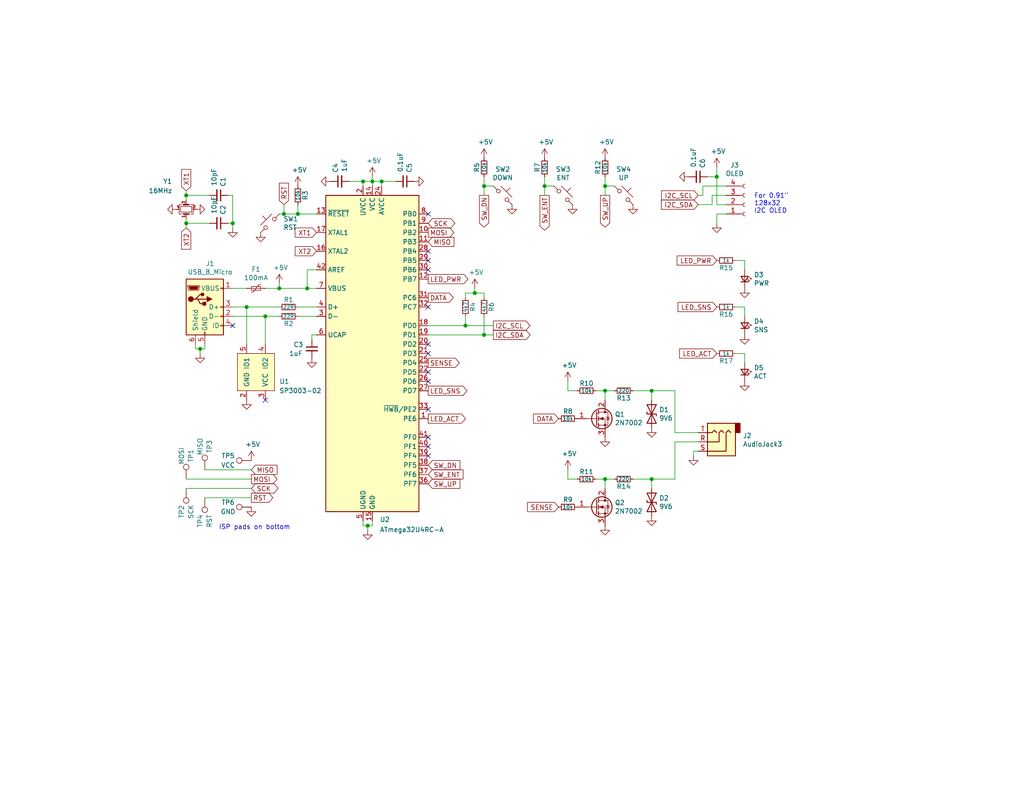
<source format=kicad_sch>
(kicad_sch (version 20211123) (generator eeschema)
  (paper "A")
  (title_block (title "MicroKFD") (date "2021-12-06") (rev "A") (company "W3AXL") (comment 2 "https://github.com/jelimoore/KFDtool") (comment 3 "Based on the KFDShield"))
  (lib_symbols
    (symbol "Connector:AudioJack3"
      (property "Reference" "J" (at 0 8.89 0))
      (property "Value" "AudioJack3" (at 0 6.35 0))
      (symbol "AudioJack3_0_1"
        (rectangle (start -5.08 -5.08) (end -6.35 -2.54) (stroke (width 0.254)) (fill (type outline)))
        (polyline (pts (xy 0 -2.54) (xy 0.635 -3.175) (xy 1.27 -2.54) (xy 2.54 -2.54)) (stroke (width 0.254)))
        (polyline (pts (xy -1.905 -2.54) (xy -1.27 -3.175) (xy -0.635 -2.54) (xy -0.635 0) (xy 2.54 0)) (stroke (width 0.254)))
        (polyline (pts (xy 2.54 2.54) (xy -2.54 2.54) (xy -2.54 -2.54) (xy -3.175 -3.175) (xy -3.81 -2.54)) (stroke (width 0.254)))
        (rectangle (start 2.54 3.81) (end -5.08 -5.08) (stroke (width 0.254)) (fill (type background)))
      )
      (symbol "AudioJack3_1_1"
        (pin passive line (at 5.08 0 180) (length 2.54) (name "~") (number "R"))
        (pin passive line (at 5.08 2.54 180) (length 2.54) (name "~") (number "S"))
        (pin passive line (at 5.08 -2.54 180) (length 2.54) (name "~") (number "T"))
      )
    )
    (symbol "Connector:Conn_01x04_Female" (pin_names (offset 1.016) hide)
      (property "Reference" "J" (at 0 5.08 0))
      (property "Value" "Conn_01x04_Female" (at 0 -7.62 0))
      (symbol "Conn_01x04_Female_1_1"
        (arc (start 0 -4.572) (mid -0.508 -5.08) (end 0 -5.588) (stroke (width 0.1524)))
        (arc (start 0 -2.032) (mid -0.508 -2.54) (end 0 -3.048) (stroke (width 0.1524)))
        (polyline (pts (xy -1.27 -5.08) (xy -0.508 -5.08)) (stroke (width 0.1524)))
        (polyline (pts (xy -1.27 -2.54) (xy -0.508 -2.54)) (stroke (width 0.1524)))
        (polyline (pts (xy -1.27 0) (xy -0.508 0)) (stroke (width 0.1524)))
        (polyline (pts (xy -1.27 2.54) (xy -0.508 2.54)) (stroke (width 0.1524)))
        (arc (start 0 0.508) (mid -0.508 0) (end 0 -0.508) (stroke (width 0.1524)))
        (arc (start 0 3.048) (mid -0.508 2.54) (end 0 2.032) (stroke (width 0.1524)))
        (pin passive line (at -5.08 2.54 0) (length 3.81) (name "Pin_1") (number "1"))
        (pin passive line (at -5.08 0 0) (length 3.81) (name "Pin_2") (number "2"))
        (pin passive line (at -5.08 -2.54 0) (length 3.81) (name "Pin_3") (number "3"))
        (pin passive line (at -5.08 -5.08 0) (length 3.81) (name "Pin_4") (number "4"))
      )
    )
    (symbol "Connector:TestPoint" (pin_numbers hide) (pin_names (offset 0.762) hide)
      (property "Reference" "TP" (at 0 6.858 0))
      (property "Value" "TestPoint" (at 0 5.08 0))
      (symbol "TestPoint_0_1"
        (circle (center 0 3.302) (radius 0.762))
      )
      (symbol "TestPoint_1_1"
        (pin passive line (at 0 0 90) (length 2.54) (name "1") (number "1"))
      )
    )
    (symbol "Connector:USB_B_Micro" (pin_names (offset 1.016))
      (property "Reference" "J" (at -5.08 11.43 0))
      (property "Value" "USB_B_Micro" (at -5.08 8.89 0))
      (symbol "USB_B_Micro_0_1"
        (rectangle (start -5.08 -7.62) (end 5.08 7.62) (stroke (width 0.254)) (fill (type background)))
        (circle (center -3.81 2.159) (radius 0.635) (stroke (width 0.254)) (fill (type outline)))
        (circle (center -0.635 3.429) (radius 0.381) (stroke (width 0.254)) (fill (type outline)))
        (rectangle (start -0.127 -7.62) (end 0.127 -6.858))
        (polyline (pts (xy -1.905 2.159) (xy 0.635 2.159)) (stroke (width 0.254)))
        (polyline (pts (xy -3.175 2.159) (xy -2.54 2.159) (xy -1.27 3.429) (xy -0.635 3.429)) (stroke (width 0.254)))
        (polyline (pts (xy -2.54 2.159) (xy -1.905 2.159) (xy -1.27 0.889) (xy 0 0.889)) (stroke (width 0.254)))
        (polyline (pts (xy 0.635 2.794) (xy 0.635 1.524) (xy 1.905 2.159) (xy 0.635 2.794)) (stroke (width 0.254)) (fill (type outline)))
        (polyline (pts (xy -4.318 5.588) (xy -1.778 5.588) (xy -2.032 4.826) (xy -4.064 4.826) (xy -4.318 5.588)) (fill (type outline)))
        (polyline (pts (xy -4.699 5.842) (xy -4.699 5.588) (xy -4.445 4.826) (xy -4.445 4.572) (xy -1.651 4.572) (xy -1.651 4.826) (xy -1.397 5.588) (xy -1.397 5.842) (xy -4.699 5.842)))
        (rectangle (start 0.254 1.27) (end -0.508 0.508) (stroke (width 0.254)) (fill (type outline)))
        (rectangle (start 5.08 -5.207) (end 4.318 -4.953))
        (rectangle (start 5.08 -2.667) (end 4.318 -2.413))
        (rectangle (start 5.08 -0.127) (end 4.318 0.127))
        (rectangle (start 5.08 4.953) (end 4.318 5.207))
      )
      (symbol "USB_B_Micro_1_1"
        (pin power_out line (at 7.62 5.08 180) (length 2.54) (name "VBUS") (number "1"))
        (pin bidirectional line (at 7.62 -2.54 180) (length 2.54) (name "D-") (number "2"))
        (pin bidirectional line (at 7.62 0 180) (length 2.54) (name "D+") (number "3"))
        (pin passive line (at 7.62 -5.08 180) (length 2.54) (name "ID") (number "4"))
        (pin power_out line (at 0 -10.16 90) (length 2.54) (name "GND") (number "5"))
        (pin passive line (at -2.54 -10.16 90) (length 2.54) (name "Shield") (number "6"))
      )
    )
    (symbol "Device:C_Small" (pin_numbers hide) (pin_names (offset 0.254) hide)
      (property "Reference" "C" (at 0.254 1.778 0))
      (property "Value" "C_Small" (at 0.254 -2.032 0))
      (symbol "C_Small_0_1"
        (polyline (pts (xy -1.524 -0.508) (xy 1.524 -0.508)) (stroke (width 0.3302)))
        (polyline (pts (xy -1.524 0.508) (xy 1.524 0.508)) (stroke (width 0.3048)))
      )
      (symbol "C_Small_1_1"
        (pin passive line (at 0 2.54 270) (length 2.032) (name "~") (number "1"))
        (pin passive line (at 0 -2.54 90) (length 2.032) (name "~") (number "2"))
      )
    )
    (symbol "Device:Crystal_GND24_Small" (pin_names (offset 1.016) hide)
      (property "Reference" "Y" (at 1.27 4.445 0))
      (property "Value" "Crystal_GND24_Small" (at 1.27 2.54 0))
      (symbol "Crystal_GND24_Small_0_1"
        (rectangle (start -0.762 -1.524) (end 0.762 1.524))
        (polyline (pts (xy -1.27 -0.762) (xy -1.27 0.762)) (stroke (width 0.381)))
        (polyline (pts (xy 1.27 -0.762) (xy 1.27 0.762)) (stroke (width 0.381)))
        (polyline (pts (xy -1.27 -1.27) (xy -1.27 -1.905) (xy 1.27 -1.905) (xy 1.27 -1.27)))
        (polyline (pts (xy -1.27 1.27) (xy -1.27 1.905) (xy 1.27 1.905) (xy 1.27 1.27)))
      )
      (symbol "Crystal_GND24_Small_1_1"
        (pin passive line (at -2.54 0 0) (length 1.27) (name "1") (number "1"))
        (pin passive line (at 0 -2.54 90) (length 0.635) (name "2") (number "2"))
        (pin passive line (at 2.54 0 180) (length 1.27) (name "3") (number "3"))
        (pin passive line (at 0 2.54 270) (length 0.635) (name "4") (number "4"))
      )
    )
    (symbol "Device:D_TVS" (pin_numbers hide) (pin_names (offset 1.016) hide)
      (property "Reference" "D" (at 0 2.54 0))
      (property "Value" "D_TVS" (at 0 -2.54 0))
      (symbol "D_TVS_0_1"
        (polyline (pts (xy 1.27 0) (xy -1.27 0)))
        (polyline (pts (xy 0.508 1.27) (xy 0 1.27) (xy 0 -1.27) (xy -0.508 -1.27)) (stroke (width 0.254)))
        (polyline (pts (xy -2.54 1.27) (xy -2.54 -1.27) (xy 2.54 1.27) (xy 2.54 -1.27) (xy -2.54 1.27)) (stroke (width 0.254)))
      )
      (symbol "D_TVS_1_1"
        (pin passive line (at -3.81 0 0) (length 2.54) (name "A1") (number "1"))
        (pin passive line (at 3.81 0 180) (length 2.54) (name "A2") (number "2"))
      )
    )
    (symbol "Device:LED_Small" (pin_numbers hide) (pin_names (offset 0.254) hide)
      (property "Reference" "D" (at -1.27 3.175 0))
      (property "Value" "LED_Small" (at -4.445 -2.54 0))
      (symbol "LED_Small_0_1"
        (polyline (pts (xy -0.762 -1.016) (xy -0.762 1.016)) (stroke (width 0.254)))
        (polyline (pts (xy 1.016 0) (xy -0.762 0)))
        (polyline (pts (xy 0.762 -1.016) (xy -0.762 0) (xy 0.762 1.016) (xy 0.762 -1.016)) (stroke (width 0.254)))
        (polyline (pts (xy 0 0.762) (xy -0.508 1.27) (xy -0.254 1.27) (xy -0.508 1.27) (xy -0.508 1.016)))
        (polyline (pts (xy 0.508 1.27) (xy 0 1.778) (xy 0.254 1.778) (xy 0 1.778) (xy 0 1.524)))
      )
      (symbol "LED_Small_1_1"
        (pin passive line (at -2.54 0 0) (length 1.778) (name "K") (number "1"))
        (pin passive line (at 2.54 0 180) (length 1.778) (name "A") (number "2"))
      )
    )
    (symbol "Device:Polyfuse_Small" (pin_numbers hide) (pin_names (offset 0))
      (property "Reference" "F" (at -1.905 0 90))
      (property "Value" "Polyfuse_Small" (at 1.905 0 90))
      (symbol "Polyfuse_Small_0_1"
        (rectangle (start -0.508 1.27) (end 0.508 -1.27))
        (polyline (pts (xy 0 2.54) (xy 0 -2.54)))
        (polyline (pts (xy -1.016 1.27) (xy -1.016 0.762) (xy 1.016 -0.762) (xy 1.016 -1.27)))
      )
      (symbol "Polyfuse_Small_1_1"
        (pin passive line (at 0 2.54 270) (length 0.635) (name "~") (number "1"))
        (pin passive line (at 0 -2.54 90) (length 0.635) (name "~") (number "2"))
      )
    )
    (symbol "Device:Q_NMOS_GDS" (pin_names (offset 0) hide)
      (property "Reference" "Q" (at 5.08 1.27 0))
      (property "Value" "Q_NMOS_GDS" (at 5.08 -1.27 0))
      (symbol "Q_NMOS_GDS_0_1"
        (polyline (pts (xy 0.254 0) (xy -2.54 0)))
        (polyline (pts (xy 0.254 1.905) (xy 0.254 -1.905)) (stroke (width 0.254)))
        (polyline (pts (xy 0.762 -1.27) (xy 0.762 -2.286)) (stroke (width 0.254)))
        (polyline (pts (xy 0.762 0.508) (xy 0.762 -0.508)) (stroke (width 0.254)))
        (polyline (pts (xy 0.762 2.286) (xy 0.762 1.27)) (stroke (width 0.254)))
        (polyline (pts (xy 2.54 2.54) (xy 2.54 1.778)))
        (polyline (pts (xy 2.54 -2.54) (xy 2.54 0) (xy 0.762 0)))
        (polyline (pts (xy 0.762 -1.778) (xy 3.302 -1.778) (xy 3.302 1.778) (xy 0.762 1.778)))
        (polyline (pts (xy 1.016 0) (xy 2.032 0.381) (xy 2.032 -0.381) (xy 1.016 0)) (fill (type outline)))
        (polyline (pts (xy 2.794 0.508) (xy 2.921 0.381) (xy 3.683 0.381) (xy 3.81 0.254)))
        (polyline (pts (xy 3.302 0.381) (xy 2.921 -0.254) (xy 3.683 -0.254) (xy 3.302 0.381)))
        (circle (center 1.651 0) (radius 2.794) (stroke (width 0.254)))
        (circle (center 2.54 -1.778) (radius 0.254) (fill (type outline)))
        (circle (center 2.54 1.778) (radius 0.254) (fill (type outline)))
      )
      (symbol "Q_NMOS_GDS_1_1"
        (pin input line (at -5.08 0 0) (length 2.54) (name "G") (number "1"))
        (pin passive line (at 2.54 5.08 270) (length 2.54) (name "D") (number "2"))
        (pin passive line (at 2.54 -5.08 90) (length 2.54) (name "S") (number "3"))
      )
    )
    (symbol "Device:R_Small" (pin_numbers hide) (pin_names (offset 0.254) hide)
      (property "Reference" "R" (at 0.762 0.508 0))
      (property "Value" "R_Small" (at 0.762 -1.016 0))
      (symbol "R_Small_0_1"
        (rectangle (start -0.762 1.778) (end 0.762 -1.778) (stroke (width 0.2032)))
      )
      (symbol "R_Small_1_1"
        (pin passive line (at 0 2.54 270) (length 0.762) (name "~") (number "1"))
        (pin passive line (at 0 -2.54 90) (length 0.762) (name "~") (number "2"))
      )
    )
    (symbol "MCU_Microchip_ATmega:ATmega32U4RC-A"
      (property "Reference" "U" (at -12.7 44.45 0))
      (property "Value" "ATmega32U4RC-A" (at 2.54 -44.45 0))
      (symbol "ATmega32U4RC-A_0_1"
        (rectangle (start -12.7 -43.18) (end 12.7 43.18) (stroke (width 0.254)) (fill (type background)))
      )
      (symbol "ATmega32U4RC-A_1_1"
        (pin bidirectional line (at 15.24 -17.78 180) (length 2.54) (name "PE6") (number "1"))
        (pin bidirectional line (at 15.24 33.02 180) (length 2.54) (name "PB2") (number "10"))
        (pin bidirectional line (at 15.24 30.48 180) (length 2.54) (name "PB3") (number "11"))
        (pin bidirectional line (at 15.24 20.32 180) (length 2.54) (name "PB7") (number "12"))
        (pin input line (at -15.24 38.1 0) (length 2.54) (name "~{RESET}") (number "13"))
        (pin power_in line (at 0 45.72 270) (length 2.54) (name "VCC") (number "14"))
        (pin power_in line (at 0 -45.72 90) (length 2.54) (name "GND") (number "15"))
        (pin output line (at -15.24 27.94 0) (length 2.54) (name "XTAL2") (number "16"))
        (pin input line (at -15.24 33.02 0) (length 2.54) (name "XTAL1") (number "17"))
        (pin bidirectional line (at 15.24 7.62 180) (length 2.54) (name "PD0") (number "18"))
        (pin bidirectional line (at 15.24 5.08 180) (length 2.54) (name "PD1") (number "19"))
        (pin power_in line (at -2.54 45.72 270) (length 2.54) (name "UVCC") (number "2"))
        (pin bidirectional line (at 15.24 2.54 180) (length 2.54) (name "PD2") (number "20"))
        (pin bidirectional line (at 15.24 0 180) (length 2.54) (name "PD3") (number "21"))
        (pin bidirectional line (at 15.24 -5.08 180) (length 2.54) (name "PD5") (number "22"))
        (pin passive line (at 0 -45.72 90) (length 2.54) hide (name "GND") (number "23"))
        (pin power_in line (at 2.54 45.72 270) (length 2.54) (name "AVCC") (number "24"))
        (pin bidirectional line (at 15.24 -2.54 180) (length 2.54) (name "PD4") (number "25"))
        (pin bidirectional line (at 15.24 -7.62 180) (length 2.54) (name "PD6") (number "26"))
        (pin bidirectional line (at 15.24 -10.16 180) (length 2.54) (name "PD7") (number "27"))
        (pin bidirectional line (at 15.24 27.94 180) (length 2.54) (name "PB4") (number "28"))
        (pin bidirectional line (at 15.24 25.4 180) (length 2.54) (name "PB5") (number "29"))
        (pin bidirectional line (at -15.24 10.16 0) (length 2.54) (name "D-") (number "3"))
        (pin bidirectional line (at 15.24 22.86 180) (length 2.54) (name "PB6") (number "30"))
        (pin bidirectional line (at 15.24 15.24 180) (length 2.54) (name "PC6") (number "31"))
        (pin bidirectional line (at 15.24 12.7 180) (length 2.54) (name "PC7") (number "32"))
        (pin bidirectional line (at 15.24 -15.24 180) (length 2.54) (name "~{HWB}/PE2") (number "33"))
        (pin passive line (at 0 45.72 270) (length 2.54) hide (name "VCC") (number "34"))
        (pin passive line (at 0 -45.72 90) (length 2.54) hide (name "GND") (number "35"))
        (pin bidirectional line (at 15.24 -35.56 180) (length 2.54) (name "PF7") (number "36"))
        (pin bidirectional line (at 15.24 -33.02 180) (length 2.54) (name "PF6") (number "37"))
        (pin bidirectional line (at 15.24 -30.48 180) (length 2.54) (name "PF5") (number "38"))
        (pin bidirectional line (at 15.24 -27.94 180) (length 2.54) (name "PF4") (number "39"))
        (pin bidirectional line (at -15.24 12.7 0) (length 2.54) (name "D+") (number "4"))
        (pin bidirectional line (at 15.24 -25.4 180) (length 2.54) (name "PF1") (number "40"))
        (pin bidirectional line (at 15.24 -22.86 180) (length 2.54) (name "PF0") (number "41"))
        (pin passive line (at -15.24 22.86 0) (length 2.54) (name "AREF") (number "42"))
        (pin passive line (at 0 -45.72 90) (length 2.54) hide (name "GND") (number "43"))
        (pin passive line (at 2.54 45.72 270) (length 2.54) hide (name "AVCC") (number "44"))
        (pin passive line (at -2.54 -45.72 90) (length 2.54) (name "UGND") (number "5"))
        (pin passive line (at -15.24 5.08 0) (length 2.54) (name "UCAP") (number "6"))
        (pin input line (at -15.24 17.78 0) (length 2.54) (name "VBUS") (number "7"))
        (pin bidirectional line (at 15.24 38.1 180) (length 2.54) (name "PB0") (number "8"))
        (pin bidirectional line (at 15.24 35.56 180) (length 2.54) (name "PB1") (number "9"))
      )
    )
    (symbol "Switch:SW_Push_45deg" (pin_numbers hide) (pin_names (offset 1.016) hide)
      (property "Reference" "SW" (at 3.048 1.016 0))
      (property "Value" "SW_Push_45deg" (at 0 -3.81 0))
      (symbol "SW_Push_45deg_0_1"
        (circle (center -1.1684 1.1684) (radius 0.508))
        (polyline (pts (xy -0.508 2.54) (xy 2.54 -0.508)))
        (polyline (pts (xy 1.016 1.016) (xy 2.032 2.032)))
        (polyline (pts (xy -2.54 2.54) (xy -1.524 1.524) (xy -1.524 1.524)))
        (polyline (pts (xy 1.524 -1.524) (xy 2.54 -2.54) (xy 2.54 -2.54) (xy 2.54 -2.54)))
        (circle (center 1.143 -1.1938) (radius 0.508))
        (pin passive line (at -2.54 2.54 0) (length 0) (name "1") (number "1"))
        (pin passive line (at 2.54 -2.54 180) (length 0) (name "2") (number "2"))
      )
    )
    (symbol "power:+5V" (power) (pin_names (offset 0))
      (property "Value" "+5V" (at 0 3.556 0))
      (symbol "+5V_0_1"
        (polyline (pts (xy -0.762 1.27) (xy 0 2.54)))
        (polyline (pts (xy 0 0) (xy 0 2.54)))
        (polyline (pts (xy 0 2.54) (xy 0.762 1.27)))
      )
      (symbol "+5V_1_1"
        (pin power_in line (at 0 0 90) (length 0) hide (name "+5V") (number "1"))
      )
    )
    (symbol "power:GND" (power) (pin_names (offset 0))
      (property "Value" "GND" (at 0 -3.81 0))
      (symbol "GND_0_1"
        (polyline (pts (xy 0 0) (xy 0 -1.27) (xy 1.27 -1.27) (xy 0 -2.54) (xy -1.27 -1.27) (xy 0 -1.27)))
      )
      (symbol "GND_1_1"
        (pin power_in line (at 0 0 270) (length 0) hide (name "GND") (number "1"))
      )
    )
    (symbol "sp3003:SP3003-02" (pin_names (offset 1.016))
      (property "Reference" "U" (at 0 6.35 0))
      (property "Value" "SP3003-02" (at 0 -6.35 0))
      (symbol "SP3003-02_0_1"
        (rectangle (start -5.08 5.08) (end 5.08 -5.08) (fill (type background)))
      )
      (symbol "SP3003-02_1_1"
        (pin power_out line (at -7.62 2.54 0) (length 2.54) (name "GND") (number "2"))
        (pin power_in line (at -7.62 -2.54 0) (length 2.54) (name "VCC") (number "3"))
        (pin input line (at 7.62 -2.54 180) (length 2.54) (name "IO2") (number "4"))
        (pin input line (at 7.62 2.54 180) (length 2.54) (name "IO1") (number "5"))
      )
    )
  )
  (junction (at 127 88.9))
  (junction (at 104.14 49.53))
  (junction (at 63.5 60.96))
  (junction (at 83.82 78.74))
  (junction (at 177.8 106.68))
  (junction (at 165.1 130.81))
  (junction (at 99.06 49.53))
  (junction (at 129.54 80.01))
  (junction (at 101.6 49.53))
  (junction (at 81.28 58.42))
  (junction (at 177.8 130.81))
  (junction (at 54.61 95.25))
  (junction (at 132.08 50.8))
  (junction (at 100.33 143.51))
  (junction (at 72.39 86.36))
  (junction (at 50.8 60.96))
  (junction (at 77.47 58.42))
  (junction (at 195.58 48.26))
  (junction (at 165.1 50.8))
  (junction (at 50.8 53.34))
  (junction (at 67.31 83.82))
  (junction (at 165.1 106.68))
  (junction (at 132.08 91.44))
  (junction (at 148.59 50.8))
  (junction (at 76.2 78.74))
  (no_connect (at 116.84 93.98))
  (no_connect (at 116.84 96.52))
  (no_connect (at 116.84 58.42))
  (no_connect (at 116.84 119.38))
  (no_connect (at 116.84 71.12))
  (no_connect (at 116.84 104.14))
  (no_connect (at 116.84 68.58))
  (no_connect (at 116.84 101.6))
  (no_connect (at 116.84 83.82))
  (no_connect (at 116.84 73.66))
  (no_connect (at 63.5 88.9))
  (no_connect (at 116.84 111.76))
  (no_connect (at 72.39 109.22))
  (no_connect (at 116.84 124.46))
  (no_connect (at 116.84 121.92))
  (wire (pts (xy 193.04 48.26) (xy 195.58 48.26)))
  (wire (pts (xy 127 80.01) (xy 129.54 80.01)))
  (wire (pts (xy 191.77 53.34) (xy 190.5 53.34)))
  (wire (pts (xy 99.06 49.53) (xy 101.6 49.53)))
  (wire (pts (xy 190.5 123.19) (xy 189.23 123.19)))
  (wire (pts (xy 104.14 49.53) (xy 107.95 49.53)))
  (wire (pts (xy 200.66 96.52) (xy 203.2 96.52)))
  (wire (pts (xy 129.54 80.01) (xy 132.08 80.01)))
  (wire (pts (xy 189.23 123.19) (xy 189.23 124.46)))
  (wire (pts (xy 132.08 50.8) (xy 134.62 50.8)))
  (wire (pts (xy 165.1 50.8) (xy 165.1 53.34)))
  (wire (pts (xy 132.08 91.44) (xy 116.84 91.44)))
  (wire (pts (xy 50.8 52.07) (xy 50.8 53.34)))
  (wire (pts (xy 72.39 93.98) (xy 72.39 86.36)))
  (wire (pts (xy 76.2 58.42) (xy 77.47 58.42)))
  (wire (pts (xy 53.34 93.98) (xy 53.34 95.25)))
  (wire (pts (xy 203.2 83.82) (xy 203.2 86.36)))
  (wire (pts (xy 195.58 48.26) (xy 195.58 45.72)))
  (wire (pts (xy 62.23 60.96) (xy 63.5 60.96)))
  (wire (pts (xy 62.23 53.34) (xy 63.5 53.34)))
  (wire (pts (xy 86.36 86.36) (xy 81.28 86.36)))
  (wire (pts (xy 154.94 130.81) (xy 154.94 128.27)))
  (wire (pts (xy 76.2 77.47) (xy 76.2 78.74)))
  (wire (pts (xy 53.34 95.25) (xy 54.61 95.25)))
  (wire (pts (xy 81.28 58.42) (xy 86.36 58.42)))
  (wire (pts (xy 72.39 78.74) (xy 76.2 78.74)))
  (wire (pts (xy 177.8 109.22) (xy 177.8 106.68)))
  (wire (pts (xy 184.15 118.11) (xy 190.5 118.11)))
  (wire (pts (xy 54.61 95.25) (xy 55.88 95.25)))
  (wire (pts (xy 63.5 60.96) (xy 63.5 62.23)))
  (wire (pts (xy 55.88 135.89) (xy 68.58 135.89)))
  (wire (pts (xy 104.14 49.53) (xy 104.14 50.8)))
  (wire (pts (xy 132.08 86.36) (xy 132.08 91.44)))
  (wire (pts (xy 177.8 130.81) (xy 184.15 130.81)))
  (wire (pts (xy 68.58 133.35) (xy 50.8 133.35)))
  (wire (pts (xy 148.59 50.8) (xy 148.59 53.34)))
  (wire (pts (xy 99.06 50.8) (xy 99.06 49.53)))
  (wire (pts (xy 184.15 130.81) (xy 184.15 120.65)))
  (wire (pts (xy 68.58 128.27) (xy 55.88 128.27)))
  (wire (pts (xy 200.66 71.12) (xy 203.2 71.12)))
  (wire (pts (xy 184.15 120.65) (xy 190.5 120.65)))
  (wire (pts (xy 83.82 78.74) (xy 86.36 78.74)))
  (wire (pts (xy 54.61 96.52) (xy 54.61 95.25)))
  (wire (pts (xy 203.2 96.52) (xy 203.2 99.06)))
  (wire (pts (xy 101.6 143.51) (xy 101.6 142.24)))
  (wire (pts (xy 127 88.9) (xy 134.62 88.9)))
  (wire (pts (xy 194.31 55.88) (xy 190.5 55.88)))
  (wire (pts (xy 81.28 55.88) (xy 81.28 58.42)))
  (wire (pts (xy 177.8 133.35) (xy 177.8 130.81)))
  (wire (pts (xy 167.64 130.81) (xy 165.1 130.81)))
  (wire (pts (xy 55.88 95.25) (xy 55.88 93.98)))
  (wire (pts (xy 203.2 71.12) (xy 203.2 73.66)))
  (wire (pts (xy 157.48 106.68) (xy 154.94 106.68)))
  (wire (pts (xy 50.8 59.69) (xy 50.8 60.96)))
  (wire (pts (xy 76.2 78.74) (xy 83.82 78.74)))
  (wire (pts (xy 101.6 50.8) (xy 101.6 49.53)))
  (wire (pts (xy 95.25 49.53) (xy 99.06 49.53)))
  (wire (pts (xy 72.39 86.36) (xy 76.2 86.36)))
  (wire (pts (xy 67.31 83.82) (xy 76.2 83.82)))
  (wire (pts (xy 200.66 83.82) (xy 203.2 83.82)))
  (wire (pts (xy 198.12 55.88) (xy 195.58 55.88)))
  (wire (pts (xy 63.5 53.34) (xy 63.5 60.96)))
  (wire (pts (xy 116.84 88.9) (xy 127 88.9)))
  (wire (pts (xy 100.33 143.51) (xy 101.6 143.51)))
  (wire (pts (xy 77.47 58.42) (xy 81.28 58.42)))
  (wire (pts (xy 198.12 53.34) (xy 194.31 53.34)))
  (wire (pts (xy 148.59 50.8) (xy 151.13 50.8)))
  (wire (pts (xy 154.94 106.68) (xy 154.94 104.14)))
  (wire (pts (xy 165.1 48.26) (xy 165.1 50.8)))
  (wire (pts (xy 67.31 83.82) (xy 67.31 93.98)))
  (wire (pts (xy 167.64 106.68) (xy 165.1 106.68)))
  (wire (pts (xy 63.5 83.82) (xy 67.31 83.82)))
  (wire (pts (xy 191.77 50.8) (xy 191.77 53.34)))
  (wire (pts (xy 85.09 91.44) (xy 85.09 92.71)))
  (wire (pts (xy 165.1 50.8) (xy 167.64 50.8)))
  (wire (pts (xy 195.58 55.88) (xy 195.58 48.26)))
  (wire (pts (xy 165.1 130.81) (xy 165.1 133.35)))
  (wire (pts (xy 194.31 53.34) (xy 194.31 55.88)))
  (wire (pts (xy 127 81.28) (xy 127 80.01)))
  (wire (pts (xy 100.33 144.78) (xy 100.33 143.51)))
  (wire (pts (xy 129.54 78.74) (xy 129.54 80.01)))
  (wire (pts (xy 50.8 60.96) (xy 50.8 62.23)))
  (wire (pts (xy 50.8 130.81) (xy 68.58 130.81)))
  (wire (pts (xy 132.08 80.01) (xy 132.08 81.28)))
  (wire (pts (xy 177.8 106.68) (xy 184.15 106.68)))
  (wire (pts (xy 99.06 143.51) (xy 100.33 143.51)))
  (wire (pts (xy 172.72 130.81) (xy 177.8 130.81)))
  (wire (pts (xy 101.6 49.53) (xy 104.14 49.53)))
  (wire (pts (xy 148.59 48.26) (xy 148.59 50.8)))
  (wire (pts (xy 50.8 53.34) (xy 50.8 54.61)))
  (wire (pts (xy 157.48 130.81) (xy 154.94 130.81)))
  (wire (pts (xy 132.08 48.26) (xy 132.08 50.8)))
  (wire (pts (xy 50.8 53.34) (xy 57.15 53.34)))
  (wire (pts (xy 77.47 55.88) (xy 77.47 58.42)))
  (wire (pts (xy 86.36 73.66) (xy 83.82 73.66)))
  (wire (pts (xy 63.5 78.74) (xy 67.31 78.74)))
  (wire (pts (xy 172.72 106.68) (xy 177.8 106.68)))
  (wire (pts (xy 86.36 91.44) (xy 85.09 91.44)))
  (wire (pts (xy 184.15 106.68) (xy 184.15 118.11)))
  (wire (pts (xy 191.77 50.8) (xy 198.12 50.8)))
  (wire (pts (xy 99.06 142.24) (xy 99.06 143.51)))
  (wire (pts (xy 162.56 106.68) (xy 165.1 106.68)))
  (wire (pts (xy 162.56 130.81) (xy 165.1 130.81)))
  (wire (pts (xy 57.15 60.96) (xy 50.8 60.96)))
  (wire (pts (xy 101.6 48.26) (xy 101.6 49.53)))
  (wire (pts (xy 83.82 73.66) (xy 83.82 78.74)))
  (wire (pts (xy 198.12 58.42) (xy 195.58 58.42)))
  (wire (pts (xy 134.62 91.44) (xy 132.08 91.44)))
  (wire (pts (xy 165.1 106.68) (xy 165.1 109.22)))
  (wire (pts (xy 195.58 58.42) (xy 195.58 60.96)))
  (wire (pts (xy 127 86.36) (xy 127 88.9)))
  (wire (pts (xy 81.28 83.82) (xy 86.36 83.82)))
  (wire (pts (xy 132.08 50.8) (xy 132.08 53.34)))
  (wire (pts (xy 72.39 86.36) (xy 63.5 86.36)))
  (text "For 0.91\" \n128x32\nI2C OLED" (at 205.74 58.42 0) (effects (font (size 1.27 1.27)) (justify left bottom)))
  (text "ISP pads on bottom" (at 59.69 144.78 0) (effects (font (size 1.27 1.27)) (justify left bottom)))
  (global_label "DATA" (shape output) (at 116.84 81.28 0) (property "Intersheet References" "${INTERSHEET_REFS}" (effects hide)))
  (global_label "LED_ACT" (shape input) (at 195.58 96.52 180) (property "Intersheet References" "${INTERSHEET_REFS}" (effects hide)))
  (global_label "I2C_SDA" (shape input) (at 190.5 55.88 180) (property "Intersheet References" "${INTERSHEET_REFS}" (effects hide)))
  (global_label "LED_SNS" (shape input) (at 195.58 83.82 180) (property "Intersheet References" "${INTERSHEET_REFS}" (effects hide)))
  (global_label "MOSI" (shape output) (at 116.84 63.5 0) (property "Intersheet References" "${INTERSHEET_REFS}" (effects hide)))
  (global_label "RST" (shape output) (at 68.58 135.89 0) (property "Intersheet References" "${INTERSHEET_REFS}" (effects hide)))
  (global_label "XT1" (shape input) (at 50.8 52.07 90) (property "Intersheet References" "${INTERSHEET_REFS}" (effects hide)))
  (global_label "LED_ACT" (shape output) (at 116.84 114.3 0) (property "Intersheet References" "${INTERSHEET_REFS}" (effects hide)))
  (global_label "RST" (shape input) (at 77.47 55.88 90) (property "Intersheet References" "${INTERSHEET_REFS}" (effects hide)))
  (global_label "SW_UP" (shape input) (at 116.84 132.08 0) (property "Intersheet References" "${INTERSHEET_REFS}" (effects hide)))
  (global_label "MISO" (shape input) (at 68.58 128.27 0) (property "Intersheet References" "${INTERSHEET_REFS}" (effects hide)))
  (global_label "DATA" (shape input) (at 152.4 114.3 180) (property "Intersheet References" "${INTERSHEET_REFS}" (effects hide)))
  (global_label "XT2" (shape input) (at 86.36 68.58 180) (property "Intersheet References" "${INTERSHEET_REFS}" (effects hide)))
  (global_label "SW_ENT" (shape output) (at 148.59 53.34 270) (property "Intersheet References" "${INTERSHEET_REFS}" (effects hide)))
  (global_label "XT1" (shape input) (at 86.36 63.5 180) (property "Intersheet References" "${INTERSHEET_REFS}" (effects hide)))
  (global_label "LED_SNS" (shape output) (at 116.84 106.68 0) (property "Intersheet References" "${INTERSHEET_REFS}" (effects hide)))
  (global_label "SW_DN" (shape output) (at 132.08 53.34 270) (property "Intersheet References" "${INTERSHEET_REFS}" (effects hide)))
  (global_label "I2C_SDA" (shape output) (at 134.62 91.44 0) (property "Intersheet References" "${INTERSHEET_REFS}" (effects hide)))
  (global_label "SCK" (shape bidirectional) (at 116.84 60.96 0) (property "Intersheet References" "${INTERSHEET_REFS}" (effects hide)))
  (global_label "LED_PWR" (shape output) (at 116.84 76.2 0) (property "Intersheet References" "${INTERSHEET_REFS}" (effects hide)))
  (global_label "I2C_SCL" (shape input) (at 190.5 53.34 180) (property "Intersheet References" "${INTERSHEET_REFS}" (effects hide)))
  (global_label "MISO" (shape input) (at 116.84 66.04 0) (property "Intersheet References" "${INTERSHEET_REFS}" (effects hide)))
  (global_label "SENSE" (shape output) (at 116.84 99.06 0) (property "Intersheet References" "${INTERSHEET_REFS}" (effects hide)))
  (global_label "XT2" (shape input) (at 50.8 62.23 270) (property "Intersheet References" "${INTERSHEET_REFS}" (effects hide)))
  (global_label "SW_DN" (shape input) (at 116.84 127 0) (property "Intersheet References" "${INTERSHEET_REFS}" (effects hide)))
  (global_label "SW_ENT" (shape input) (at 116.84 129.54 0) (property "Intersheet References" "${INTERSHEET_REFS}" (effects hide)))
  (global_label "LED_PWR" (shape input) (at 195.58 71.12 180) (property "Intersheet References" "${INTERSHEET_REFS}" (effects hide)))
  (global_label "MOSI" (shape output) (at 68.58 130.81 0) (property "Intersheet References" "${INTERSHEET_REFS}" (effects hide)))
  (global_label "I2C_SCL" (shape output) (at 134.62 88.9 0) (property "Intersheet References" "${INTERSHEET_REFS}" (effects hide)))
  (global_label "SENSE" (shape input) (at 152.4 138.43 180) (property "Intersheet References" "${INTERSHEET_REFS}" (effects hide)))
  (global_label "SCK" (shape bidirectional) (at 68.58 133.35 0) (property "Intersheet References" "${INTERSHEET_REFS}" (effects hide)))
  (global_label "SW_UP" (shape output) (at 165.1 53.34 270) (property "Intersheet References" "${INTERSHEET_REFS}" (effects hide)))
  (symbol (lib_id "Connector:USB_B_Micro") (at 55.88 83.82 0) (unit 1)
    (property "Reference" "J1" (at 57.3278 71.9582 0))
    (property "Value" "USB_B_Micro" (at 57.3278 74.2696 0))
    (property "Footprint" "Connector_USB:USB_Micro-B_Wuerth_629105150521_CircularHoles" (effects hide))
  )
  (symbol (lib_id "Device:R_Small") (at 78.74 83.82 270) (unit 1)
    (property "Reference" "R1" (at 78.74 82.55 90) (effects (justify bottom)))
    (property "Value" "22R" (at 78.74 83.82 90) (effects (font (size 1.016 1.016))))
    (property "Footprint" "Resistor_SMD:R_0805_2012Metric_Pad1.20x1.40mm_HandSolder" (effects hide))
  )
  (symbol (lib_id "Device:R_Small") (at 78.74 86.36 90) (unit 1)
    (property "Reference" "R2" (at 78.74 87.63 90) (effects (justify bottom)))
    (property "Value" "22R" (at 78.74 86.36 90) (effects (font (size 1.016 1.016))))
    (property "Footprint" "Resistor_SMD:R_0805_2012Metric_Pad1.20x1.40mm_HandSolder" (effects hide))
  )
  (symbol (lib_id "power:GND") (at 54.61 96.52 0) (unit 1)
    (property "Reference" "#PWR03" (effects hide))
    (property "Value" "GND" (effects hide))
  )
  (symbol (lib_id "Device:C_Small") (at 85.09 95.25 0) (mirror y) (unit 1)
    (property "Reference" "C3" (at 82.7532 94.0816 0) (effects (justify left)))
    (property "Value" "1uF" (at 82.55 96.52 0) (effects (justify left)))
    (property "Footprint" "Capacitor_SMD:C_0805_2012Metric_Pad1.18x1.45mm_HandSolder" (effects hide))
  )
  (symbol (lib_id "power:GND") (at 85.09 97.79 0) (unit 1)
    (property "Reference" "#PWR09" (effects hide))
    (property "Value" "GND" (effects hide))
  )
  (symbol (lib_id "Device:Polyfuse_Small") (at 69.85 78.74 270) (unit 1)
    (property "Reference" "F1" (at 69.85 73.533 90))
    (property "Value" "100mA" (at 69.85 75.8444 90))
    (property "Footprint" "Fuse:Fuse_0805_2012Metric_Pad1.15x1.40mm_HandSolder" (effects hide))
  )
  (symbol (lib_id "power:+5V") (at 76.2 77.47 0) (unit 1)
    (property "Reference" "#PWR07" (effects hide))
    (property "Value" "+5V" (at 76.581 73.0758 0))
  )
  (symbol (lib_id "power:GND") (at 100.33 144.78 0) (unit 1)
    (property "Reference" "#PWR011" (effects hide))
    (property "Value" "GND" (effects hide))
  )
  (symbol (lib_id "power:+5V") (at 101.6 48.26 0) (unit 1)
    (property "Reference" "#PWR012" (effects hide))
    (property "Value" "+5V" (at 101.981 43.8658 0))
  )
  (symbol (lib_id "Device:Q_NMOS_GDS") (at 162.56 114.3 0) (unit 1)
    (property "Reference" "Q1" (at 167.7416 113.1316 0) (effects (justify left)))
    (property "Value" "2N7002" (at 167.7416 115.443 0) (effects (justify left)))
    (property "Footprint" "Package_TO_SOT_SMD:SOT-23_Handsoldering" (effects hide))
  )
  (symbol (lib_id "Device:R_Small") (at 154.94 114.3 270) (unit 1)
    (property "Reference" "R8" (at 154.94 113.03 90) (effects (justify bottom)))
    (property "Value" "10k" (at 154.94 114.3 90) (effects (font (size 1.016 1.016))))
    (property "Footprint" "Resistor_SMD:R_0805_2012Metric_Pad1.20x1.40mm_HandSolder" (effects hide))
  )
  (symbol (lib_id "power:GND") (at 165.1 119.38 0) (unit 1)
    (property "Reference" "#PWR022" (effects hide))
    (property "Value" "GND" (effects hide))
  )
  (symbol (lib_id "Device:R_Small") (at 170.18 106.68 90) (unit 1)
    (property "Reference" "R13" (at 170.18 107.95 90) (effects (justify bottom)))
    (property "Value" "220" (at 170.18 106.68 90) (effects (font (size 1.016 1.016))))
    (property "Footprint" "Resistor_SMD:R_0805_2012Metric_Pad1.20x1.40mm_HandSolder" (effects hide))
  )
  (symbol (lib_id "Device:D_TVS") (at 177.8 113.03 270) (unit 1)
    (property "Reference" "D1" (at 179.832 111.8616 90) (effects (justify left)))
    (property "Value" "9V6" (at 179.832 114.173 90) (effects (justify left)))
    (property "Footprint" "Diode_SMD:D_0805_2012Metric_Pad1.15x1.40mm_HandSolder" (effects hide))
  )
  (symbol (lib_id "Device:R_Small") (at 160.02 106.68 270) (unit 1)
    (property "Reference" "R10" (at 160.02 105.41 90) (effects (justify bottom)))
    (property "Value" "10k" (at 160.02 106.68 90) (effects (font (size 1.016 1.016))))
    (property "Footprint" "Resistor_SMD:R_0805_2012Metric_Pad1.20x1.40mm_HandSolder" (effects hide))
  )
  (symbol (lib_id "power:GND") (at 177.8 116.84 0) (unit 1)
    (property "Reference" "#PWR025" (effects hide))
    (property "Value" "GND" (effects hide))
  )
  (symbol (lib_id "power:+5V") (at 154.94 104.14 0) (unit 1)
    (property "Reference" "#PWR018" (effects hide))
    (property "Value" "+5V" (at 155.321 99.7458 0))
  )
  (symbol (lib_id "Device:C_Small") (at 110.49 49.53 270) (mirror x) (unit 1)
    (property "Reference" "C5" (at 111.6584 47.1932 0) (effects (justify left)))
    (property "Value" "0.1uF" (at 109.22 46.99 0) (effects (justify left)))
    (property "Footprint" "Capacitor_SMD:C_0805_2012Metric_Pad1.18x1.45mm_HandSolder" (effects hide))
  )
  (symbol (lib_id "power:GND") (at 113.03 49.53 90) (unit 1)
    (property "Reference" "#PWR013" (effects hide))
    (property "Value" "GND" (effects hide))
  )
  (symbol (lib_id "Device:C_Small") (at 92.71 49.53 90) (unit 1)
    (property "Reference" "C4" (at 91.5416 47.1932 0) (effects (justify left)))
    (property "Value" "1uF" (at 93.98 46.99 0) (effects (justify left)))
    (property "Footprint" "Capacitor_SMD:C_0805_2012Metric_Pad1.18x1.45mm_HandSolder" (effects hide))
  )
  (symbol (lib_id "power:GND") (at 90.17 49.53 270) (unit 1)
    (property "Reference" "#PWR010" (effects hide))
    (property "Value" "GND" (effects hide))
  )
  (symbol (lib_id "Device:Crystal_GND24_Small") (at 50.8 57.15 90) (unit 1)
    (property "Reference" "Y1" (at 46.99 49.53 90) (effects (justify left)))
    (property "Value" "16MHz" (at 46.99 52.07 90) (effects (justify left)))
    (property "Footprint" "Crystal:Crystal_SMD_SeikoEpson_FA238-4Pin_3.2x2.5mm_HandSoldering" (effects hide))
  )
  (symbol (lib_id "power:GND") (at 53.34 57.15 90) (unit 1)
    (property "Reference" "#PWR02" (effects hide))
    (property "Value" "GND" (effects hide))
  )
  (symbol (lib_id "power:GND") (at 48.26 57.15 270) (unit 1)
    (property "Reference" "#PWR01" (effects hide))
    (property "Value" "GND" (effects hide))
  )
  (symbol (lib_id "Device:C_Small") (at 59.69 60.96 270) (mirror x) (unit 1)
    (property "Reference" "C2" (at 60.8584 58.6232 0) (effects (justify left)))
    (property "Value" "10pF" (at 58.42 58.42 0) (effects (justify left)))
    (property "Footprint" "Capacitor_SMD:C_0805_2012Metric_Pad1.18x1.45mm_HandSolder" (effects hide))
  )
  (symbol (lib_id "Device:C_Small") (at 59.69 53.34 270) (mirror x) (unit 1)
    (property "Reference" "C1" (at 60.8584 51.0032 0) (effects (justify left)))
    (property "Value" "10pF" (at 58.42 50.8 0) (effects (justify left)))
    (property "Footprint" "Capacitor_SMD:C_0805_2012Metric_Pad1.18x1.45mm_HandSolder" (effects hide))
  )
  (symbol (lib_id "power:GND") (at 63.5 62.23 0) (unit 1)
    (property "Reference" "#PWR04" (effects hide))
    (property "Value" "GND" (effects hide))
  )
  (symbol (lib_id "Switch:SW_Push_45deg") (at 73.66 60.96 90) (unit 1)
    (property "Reference" "SW1" (at 77.3176 59.7916 90) (effects (justify right)))
    (property "Value" "RST" (at 77.3176 62.103 90) (effects (justify right)))
    (property "Footprint" "Button_Switch_SMD:SW_Push_1P1T_NO_CK_KMR2" (effects hide))
  )
  (symbol (lib_id "power:GND") (at 71.12 63.5 0) (unit 1)
    (property "Reference" "#PWR06" (effects hide))
    (property "Value" "GND" (effects hide))
  )
  (symbol (lib_id "Device:R_Small") (at 81.28 53.34 180) (unit 1)
    (property "Reference" "R3" (at 82.55 53.34 90) (effects (justify bottom)))
    (property "Value" "10k" (at 81.28 53.34 90) (effects (font (size 1.016 1.016))))
    (property "Footprint" "Resistor_SMD:R_0805_2012Metric_Pad1.20x1.40mm_HandSolder" (effects hide))
  )
  (symbol (lib_id "power:+5V") (at 81.28 50.8 0) (unit 1)
    (property "Reference" "#PWR08" (effects hide))
    (property "Value" "+5V" (at 81.661 46.4058 0))
  )
  (symbol (lib_id "Connector:Conn_01x04_Female") (at 203.2 55.88 0) (mirror x) (unit 1)
    (property "Reference" "J3" (at 200.4568 45.085 0))
    (property "Value" "OLED" (at 200.4568 47.3964 0))
    (property "Footprint" "Connector_PinSocket_2.54mm:PinSocket_1x04_P2.54mm_Vertical_SMD_Pin1Left" (effects hide))
  )
  (symbol (lib_id "power:GND") (at 195.58 60.96 0) (unit 1)
    (property "Reference" "#PWR030" (effects hide))
    (property "Value" "GND" (effects hide))
  )
  (symbol (lib_id "power:+5V") (at 195.58 45.72 0) (unit 1)
    (property "Reference" "#PWR029" (effects hide))
    (property "Value" "+5V" (at 195.961 41.3258 0))
  )
  (symbol (lib_id "Device:C_Small") (at 190.5 48.26 270) (mirror x) (unit 1)
    (property "Reference" "C6" (at 191.6684 45.9232 0) (effects (justify left)))
    (property "Value" "0.1uF" (at 189.23 45.72 0) (effects (justify left)))
    (property "Footprint" "Capacitor_SMD:C_0805_2012Metric_Pad1.18x1.45mm_HandSolder" (effects hide))
  )
  (symbol (lib_id "power:GND") (at 187.96 48.26 270) (unit 1)
    (property "Reference" "#PWR027" (effects hide))
    (property "Value" "GND" (effects hide))
  )
  (symbol (lib_id "Device:R_Small") (at 127 83.82 180) (unit 1)
    (property "Reference" "R4" (at 128.27 83.82 90) (effects (justify bottom)))
    (property "Value" "4k7" (at 127 83.82 90) (effects (font (size 1.016 1.016))))
    (property "Footprint" "Resistor_SMD:R_0805_2012Metric_Pad1.20x1.40mm_HandSolder" (effects hide))
  )
  (symbol (lib_id "Device:R_Small") (at 132.08 83.82 180) (unit 1)
    (property "Reference" "R6" (at 133.35 83.82 90) (effects (justify bottom)))
    (property "Value" "4k7" (at 132.08 83.82 90) (effects (font (size 1.016 1.016))))
    (property "Footprint" "Resistor_SMD:R_0805_2012Metric_Pad1.20x1.40mm_HandSolder" (effects hide))
  )
  (symbol (lib_id "power:+5V") (at 129.54 78.74 0) (unit 1)
    (property "Reference" "#PWR014" (effects hide))
    (property "Value" "+5V" (at 129.921 74.3458 0))
  )
  (symbol (lib_id "sp3003:SP3003-02") (at 69.85 101.6 90) (unit 1)
    (property "Reference" "U1" (at 76.2 104.14 90) (effects (justify right)))
    (property "Value" "SP3003-02" (at 76.2 106.68 90) (effects (justify right)))
    (property "Footprint" "Package_TO_SOT_SMD:SOT-553" (effects hide))
  )
  (symbol (lib_id "power:GND") (at 67.31 109.22 0) (unit 1)
    (property "Reference" "#PWR05" (effects hide))
    (property "Value" "GND" (effects hide))
  )
  (symbol (lib_id "power:GND") (at 189.23 124.46 0) (unit 1)
    (property "Reference" "#PWR028" (effects hide))
    (property "Value" "GND" (effects hide))
  )
  (symbol (lib_id "Switch:SW_Push_45deg") (at 137.16 53.34 0) (unit 1)
    (property "Reference" "SW2" (at 137.16 46.2026 0))
    (property "Value" "DOWN" (at 137.16 48.514 0))
    (property "Footprint" "Button_Switch_SMD:Panasonic_EVQPUM_EVQPUD" (effects hide))
  )
  (symbol (lib_id "Switch:SW_Push_45deg") (at 153.67 53.34 0) (unit 1)
    (property "Reference" "SW3" (at 153.67 46.2026 0))
    (property "Value" "ENT" (at 153.67 48.514 0))
    (property "Footprint" "Button_Switch_SMD:Panasonic_EVQPUM_EVQPUD" (effects hide))
  )
  (symbol (lib_id "Switch:SW_Push_45deg") (at 170.18 53.34 0) (unit 1)
    (property "Reference" "SW4" (at 170.18 46.2026 0))
    (property "Value" "UP" (at 170.18 48.514 0))
    (property "Footprint" "Button_Switch_SMD:Panasonic_EVQPUM_EVQPUD" (effects hide))
  )
  (symbol (lib_id "power:GND") (at 139.7 55.88 0) (unit 1)
    (property "Reference" "#PWR016" (effects hide))
    (property "Value" "GND" (effects hide))
  )
  (symbol (lib_id "power:GND") (at 156.21 55.88 0) (unit 1)
    (property "Reference" "#PWR020" (effects hide))
    (property "Value" "GND" (effects hide))
  )
  (symbol (lib_id "power:GND") (at 172.72 55.88 0) (unit 1)
    (property "Reference" "#PWR024" (effects hide))
    (property "Value" "GND" (effects hide))
  )
  (symbol (lib_id "power:+5V") (at 132.08 43.18 0) (unit 1)
    (property "Reference" "#PWR015" (effects hide))
    (property "Value" "+5V" (at 132.461 38.7858 0))
  )
  (symbol (lib_id "Device:R_Small") (at 132.08 45.72 0) (mirror x) (unit 1)
    (property "Reference" "R5" (at 130.81 45.72 90) (effects (justify bottom)))
    (property "Value" "10k" (at 132.08 45.72 90) (effects (font (size 1.016 1.016))))
    (property "Footprint" "Resistor_SMD:R_0805_2012Metric_Pad1.20x1.40mm_HandSolder" (effects hide))
  )
  (symbol (lib_id "power:+5V") (at 148.59 43.18 0) (unit 1)
    (property "Reference" "#PWR017" (effects hide))
    (property "Value" "+5V" (at 148.971 38.7858 0))
  )
  (symbol (lib_id "Device:R_Small") (at 148.59 45.72 0) (mirror x) (unit 1)
    (property "Reference" "R7" (at 147.32 45.72 90) (effects (justify bottom)))
    (property "Value" "10k" (at 148.59 45.72 90) (effects (font (size 1.016 1.016))))
    (property "Footprint" "Resistor_SMD:R_0805_2012Metric_Pad1.20x1.40mm_HandSolder" (effects hide))
  )
  (symbol (lib_id "power:+5V") (at 165.1 43.18 0) (unit 1)
    (property "Reference" "#PWR021" (effects hide))
    (property "Value" "+5V" (at 165.481 38.7858 0))
  )
  (symbol (lib_id "Device:R_Small") (at 165.1 45.72 0) (mirror x) (unit 1)
    (property "Reference" "R12" (at 163.83 45.72 90) (effects (justify bottom)))
    (property "Value" "10k" (at 165.1 45.72 90) (effects (font (size 1.016 1.016))))
    (property "Footprint" "Resistor_SMD:R_0805_2012Metric_Pad1.20x1.40mm_HandSolder" (effects hide))
  )
  (symbol (lib_id "power:GND") (at 68.58 138.43 0) (unit 1)
    (property "Reference" "#PWR0101" (effects hide))
    (property "Value" "GND" (effects hide))
  )
  (symbol (lib_id "power:+5V") (at 68.58 125.73 0) (unit 1)
    (property "Reference" "#PWR0102" (effects hide))
    (property "Value" "+5V" (at 68.961 121.3358 0))
  )
  (symbol (lib_id "Connector:AudioJack3") (at 195.58 120.65 180) (unit 1)
    (property "Reference" "J2" (at 202.692 118.9482 0) (effects (justify right)))
    (property "Value" "AudioJack3" (at 202.692 121.2596 0) (effects (justify right)))
    (property "Footprint" "Connector_Audio:Jack_3.5mm_CUI_SJ-3523-SMT_Horizontal" (effects hide))
  )
  (symbol (lib_id "Connector:TestPoint") (at 68.58 125.73 90) (unit 1)
    (property "Reference" "TP5" (at 62.23 124.46 90))
    (property "Value" "VCC" (at 62.23 127 90))
    (property "Footprint" "TestPoint:TestPoint_Pad_1.0x1.0mm" (effects hide))
  )
  (symbol (lib_id "Connector:TestPoint") (at 68.58 138.43 90) (unit 1)
    (property "Reference" "TP6" (at 62.23 137.16 90))
    (property "Value" "GND" (at 62.23 139.7 90))
    (property "Footprint" "TestPoint:TestPoint_Pad_1.0x1.0mm" (effects hide))
  )
  (symbol (lib_id "Connector:TestPoint") (at 55.88 128.27 0) (unit 1)
    (property "Reference" "TP3" (at 57.15 121.92 90))
    (property "Value" "MISO" (at 54.61 121.92 90))
    (property "Footprint" "TestPoint:TestPoint_Pad_1.0x1.0mm" (effects hide))
  )
  (symbol (lib_id "Connector:TestPoint") (at 50.8 130.81 0) (unit 1)
    (property "Reference" "TP1" (at 52.07 124.46 90))
    (property "Value" "MOSI" (at 49.53 124.46 90))
    (property "Footprint" "TestPoint:TestPoint_Pad_1.0x1.0mm" (effects hide))
  )
  (symbol (lib_id "Connector:TestPoint") (at 50.8 133.35 180) (unit 1)
    (property "Reference" "TP2" (at 49.53 139.7 90))
    (property "Value" "SCK" (at 52.07 139.7 90))
    (property "Footprint" "TestPoint:TestPoint_Pad_1.0x1.0mm" (effects hide))
  )
  (symbol (lib_id "Connector:TestPoint") (at 55.88 135.89 180) (unit 1)
    (property "Reference" "TP4" (at 54.61 142.24 90))
    (property "Value" "RST" (at 57.15 142.24 90))
    (property "Footprint" "TestPoint:TestPoint_Pad_1.0x1.0mm" (effects hide))
  )
  (symbol (lib_id "Device:Q_NMOS_GDS") (at 162.56 138.43 0) (unit 1)
    (property "Reference" "Q2" (at 167.7416 137.2616 0) (effects (justify left)))
    (property "Value" "2N7002" (at 167.7416 139.573 0) (effects (justify left)))
    (property "Footprint" "Package_TO_SOT_SMD:SOT-23_Handsoldering" (effects hide))
  )
  (symbol (lib_id "Device:R_Small") (at 154.94 138.43 270) (unit 1)
    (property "Reference" "R9" (at 154.94 137.16 90) (effects (justify bottom)))
    (property "Value" "10k" (at 154.94 138.43 90) (effects (font (size 1.016 1.016))))
    (property "Footprint" "Resistor_SMD:R_0805_2012Metric_Pad1.20x1.40mm_HandSolder" (effects hide))
  )
  (symbol (lib_id "power:GND") (at 165.1 143.51 0) (unit 1)
    (property "Reference" "#PWR023" (effects hide))
    (property "Value" "GND" (effects hide))
  )
  (symbol (lib_id "Device:R_Small") (at 170.18 130.81 90) (unit 1)
    (property "Reference" "R14" (at 170.18 132.08 90) (effects (justify bottom)))
    (property "Value" "220" (at 170.18 130.81 90) (effects (font (size 1.016 1.016))))
    (property "Footprint" "Resistor_SMD:R_0805_2012Metric_Pad1.20x1.40mm_HandSolder" (effects hide))
  )
  (symbol (lib_id "Device:D_TVS") (at 177.8 137.16 270) (unit 1)
    (property "Reference" "D2" (at 179.832 135.9916 90) (effects (justify left)))
    (property "Value" "9V6" (at 179.832 138.303 90) (effects (justify left)))
    (property "Footprint" "Diode_SMD:D_0805_2012Metric_Pad1.15x1.40mm_HandSolder" (effects hide))
  )
  (symbol (lib_id "Device:R_Small") (at 160.02 130.81 270) (unit 1)
    (property "Reference" "R11" (at 160.02 129.54 90) (effects (justify bottom)))
    (property "Value" "10k" (at 160.02 130.81 90) (effects (font (size 1.016 1.016))))
    (property "Footprint" "Resistor_SMD:R_0805_2012Metric_Pad1.20x1.40mm_HandSolder" (effects hide))
  )
  (symbol (lib_id "power:GND") (at 177.8 140.97 0) (unit 1)
    (property "Reference" "#PWR026" (effects hide))
    (property "Value" "GND" (effects hide))
  )
  (symbol (lib_id "power:+5V") (at 154.94 128.27 0) (unit 1)
    (property "Reference" "#PWR019" (effects hide))
    (property "Value" "+5V" (at 155.321 123.8758 0))
  )
  (symbol (lib_id "Device:LED_Small") (at 203.2 76.2 270) (mirror x) (unit 1)
    (property "Reference" "D3" (at 205.6892 75.0316 90) (effects (justify left)))
    (property "Value" "PWR" (at 205.6892 77.343 90) (effects (justify left)))
    (property "Footprint" "Diode_SMD:D_0805_2012Metric_Pad1.15x1.40mm_HandSolder" (effects hide))
  )
  (symbol (lib_id "Device:LED_Small") (at 203.2 88.9 270) (mirror x) (unit 1)
    (property "Reference" "D4" (at 205.6892 87.7316 90) (effects (justify left)))
    (property "Value" "SNS" (at 205.6892 90.043 90) (effects (justify left)))
    (property "Footprint" "Diode_SMD:D_0805_2012Metric_Pad1.15x1.40mm_HandSolder" (effects hide))
  )
  (symbol (lib_id "Device:LED_Small") (at 203.2 101.6 270) (mirror x) (unit 1)
    (property "Reference" "D5" (at 205.6892 100.4316 90) (effects (justify left)))
    (property "Value" "ACT" (at 205.6892 102.743 90) (effects (justify left)))
    (property "Footprint" "Diode_SMD:D_0805_2012Metric_Pad1.15x1.40mm_HandSolder" (effects hide))
  )
  (symbol (lib_id "power:GND") (at 203.2 78.74 0) (unit 1)
    (property "Reference" "#PWR031" (effects hide))
    (property "Value" "GND" (effects hide))
  )
  (symbol (lib_id "power:GND") (at 203.2 104.14 0) (unit 1)
    (property "Reference" "#PWR033" (effects hide))
    (property "Value" "GND" (effects hide))
  )
  (symbol (lib_id "power:GND") (at 203.2 91.44 0) (unit 1)
    (property "Reference" "#PWR032" (effects hide))
    (property "Value" "GND" (effects hide))
  )
  (symbol (lib_id "Device:R_Small") (at 198.12 71.12 90) (unit 1)
    (property "Reference" "R15" (at 198.12 72.39 90) (effects (justify bottom)))
    (property "Value" "1k" (at 198.12 71.12 90) (effects (font (size 1.016 1.016))))
    (property "Footprint" "Resistor_SMD:R_0805_2012Metric_Pad1.20x1.40mm_HandSolder" (effects hide))
  )
  (symbol (lib_id "Device:R_Small") (at 198.12 83.82 90) (unit 1)
    (property "Reference" "R16" (at 198.12 85.09 90) (effects (justify bottom)))
    (property "Value" "1k" (at 198.12 83.82 90) (effects (font (size 1.016 1.016))))
    (property "Footprint" "Resistor_SMD:R_0805_2012Metric_Pad1.20x1.40mm_HandSolder" (effects hide))
  )
  (symbol (lib_id "Device:R_Small") (at 198.12 96.52 90) (unit 1)
    (property "Reference" "R17" (at 198.12 97.79 90) (effects (justify bottom)))
    (property "Value" "1k" (at 198.12 96.52 90) (effects (font (size 1.016 1.016))))
    (property "Footprint" "Resistor_SMD:R_0805_2012Metric_Pad1.20x1.40mm_HandSolder" (effects hide))
  )
  (symbol (lib_id "MCU_Microchip_ATmega:ATmega32U4RC-A") (at 101.6 96.52 0) (unit 1)
    (property "Reference" "U2" (at 103.6194 141.8495 0) (effects (justify left)))
    (property "Value" "ATmega32U4RC-A" (at 103.6194 144.6246 0) (effects (justify left)))
    (property "Footprint" "Package_QFP:TQFP-44_10x10mm_P0.8mm" (effects hide))
    (property "Datasheet" "http://ww1.microchip.com/downloads/en/DeviceDoc/Atmel-7766-8-bit-AVR-ATmega16U4-32U4_Datasheet.pdf" (effects hide))
  )
)
</source>
